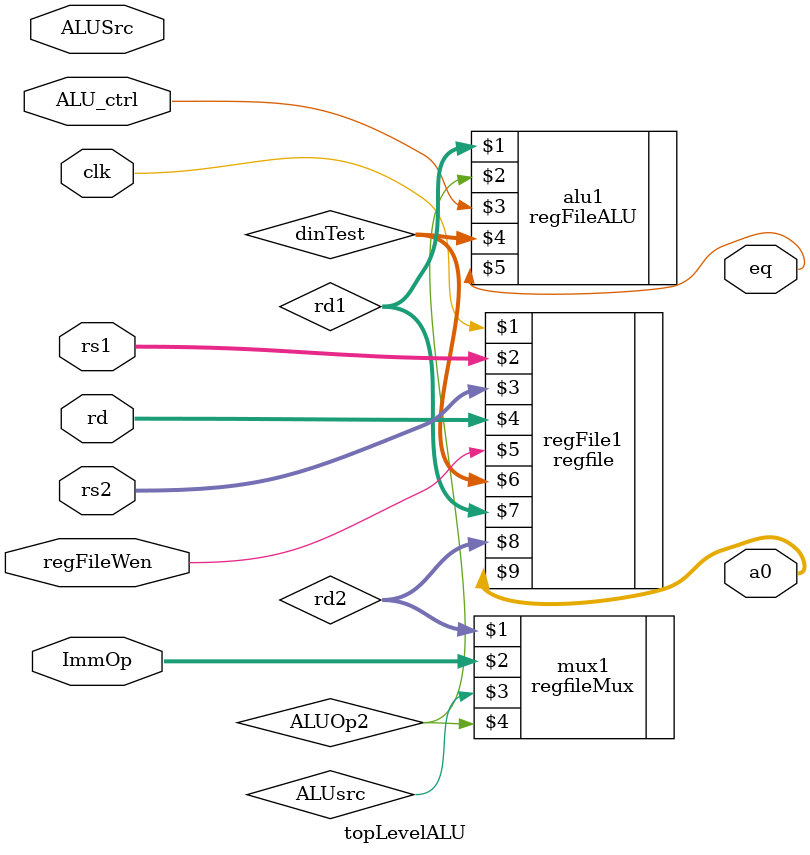
<source format=sv>
module topLevelALU # (
    parameter NumberOfReg = 32,
              Address_Width = 5, //32 registers so address size is 5 bits
              Data_Width = 32
              //ALU_Instruction_Width = 10;
) (
//Interface Signals
    input logic clk,
    input logic [Address_Width-1:0] rs1, //32 registers so 5 bit address, rs1 is 1st source reg, arithmetic input
    input logic [Address_Width-1:0] rs2, //rs2 is 2nd source reg, arithmetic input
    input logic [Address_Width-1:0] rd, //rd is destination reg to store arithmetic output
    input logic regFileWen, //Enable to determine whether we can write to register file or not
    //input logic [Data_Width-1:0] din, //Data in which takes in ALU output to write to register rd. Registers hold 32 bit word so din is 32 bits
    //Not input anymore as it uses output of ALU for regfile
    input logic ALUSrc,
    input logic [Data_Width-1:0] ImmOp,
    //input logic [ALU_Instruction_Width-1:0] ALU_ctrl;
    input logic ALU_ctrl,
//Outputs
    //output logic [Data_Width-1:0] ALUout, //output of ALU is same size as ALU inputs
    output logic eq,
    output logic [Data_Width-1:0] a0
);

//Variable which acts in the middle:
logic [Data_Width-1:0] rd1;
logic [Data_Width-1:0] rd2;
logic [Data_Width-1:0] ALUop2;

//Din is output of ALU and input of regfile:
logic [Data_Width-1:0] dinTest;

//Initializing objects of the different modules and linking them
regfile regFile1 (clk, rs1, rs2, rd, regFileWen, dinTest, rd1, rd2, a0);
regfileMux mux1 (rd2, ImmOp, ALUsrc, ALUOp2);
regFileALU alu1 (rd1, ALUOp2, ALU_ctrl, dinTest, eq); //ALUOut is assigned to dinTest which is sent as input to regFile

endmodule


</source>
